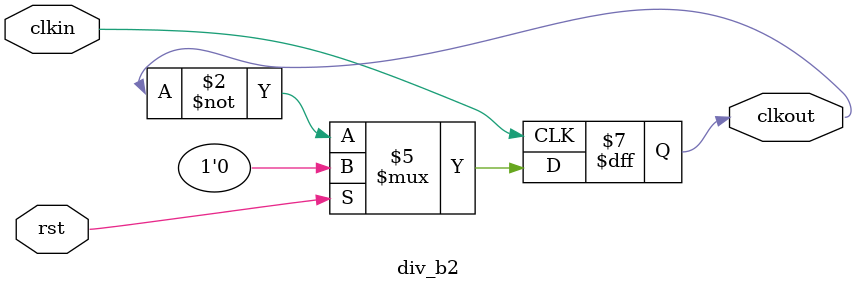
<source format=sv>
`timescale 100ps/1ps   //  unit_time / time precision

module div_b2 (
    input wire clkin,
    input wire rst,
    output reg clkout
);

initial begin
    clkout = 1'b0;
end

always@(posedge clkin) begin
    if (rst) begin
        clkout <= 0;
    end else begin
        clkout <= ~clkout;
    end
end
endmodule

</source>
